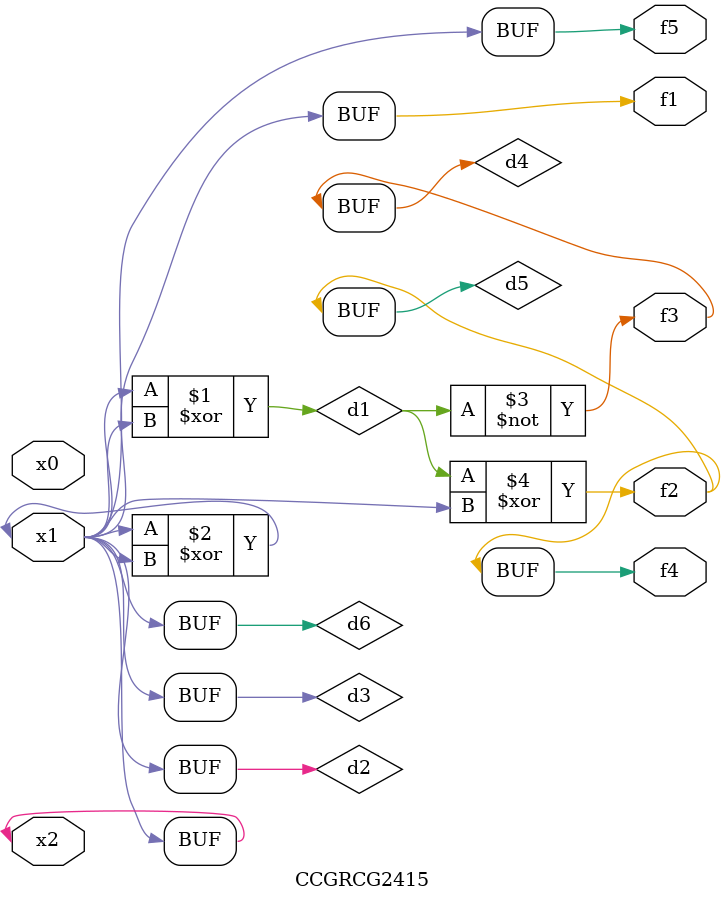
<source format=v>
module CCGRCG2415(
	input x0, x1, x2,
	output f1, f2, f3, f4, f5
);

	wire d1, d2, d3, d4, d5, d6;

	xor (d1, x1, x2);
	buf (d2, x1, x2);
	xor (d3, x1, x2);
	nor (d4, d1);
	xor (d5, d1, d2);
	buf (d6, d2, d3);
	assign f1 = d6;
	assign f2 = d5;
	assign f3 = d4;
	assign f4 = d5;
	assign f5 = d6;
endmodule

</source>
